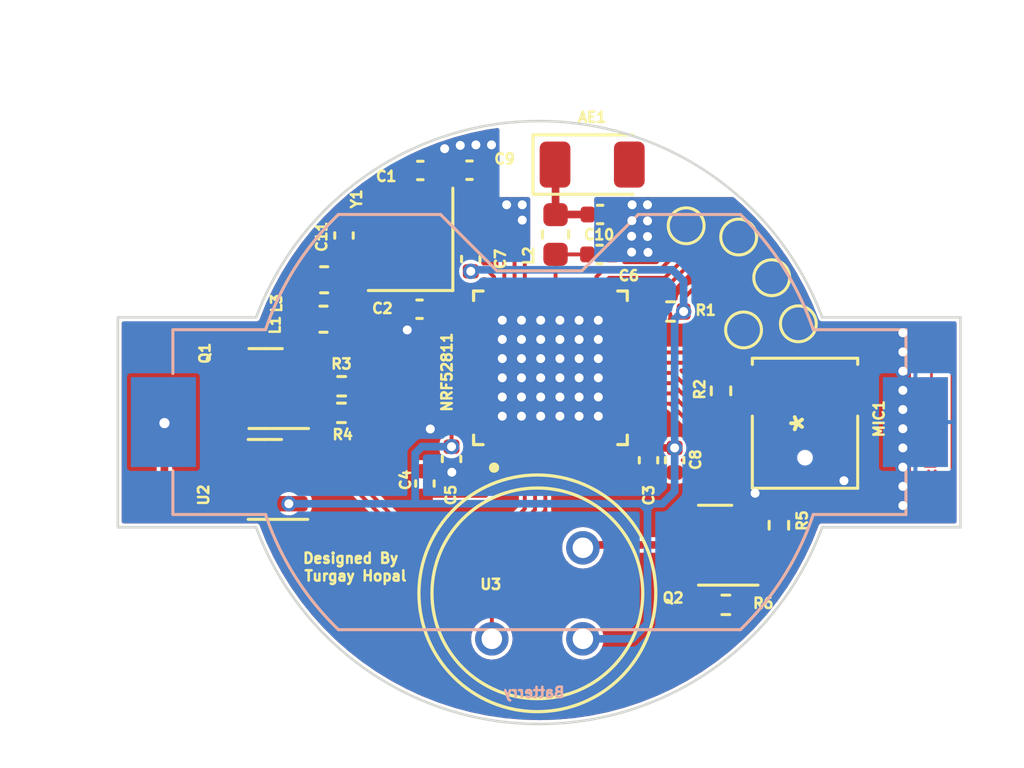
<source format=kicad_pcb>
(kicad_pcb (version 20211014) (generator pcbnew)
  (layers (0 "F.Cu" signal) (31 "B.Cu" signal) (34 "B.Paste" user) (35 "F.Paste" user) (36 "B.SilkS" user "B.Silkscreen") (37 "F.SilkS" user "F.Silkscreen") (38 "B.Mask" user) (39 "F.Mask" user) (44 "Edge.Cuts" user))
  (net 0 "")
  (net 1 "/NRF52811/XC1")
  (net 2 "GND")
  (net 3 "/NRF52811/XC2")
  (net 4 "VCC")
  (net 5 "Net-(C4-Pad1)")
  (net 6 "Net-(C6-Pad1)")
  (net 7 "Net-(C9-Pad1)")
  (net 8 "NRF-ANT")
  (net 9 "Net-(C11-Pad1)")
  (net 10 "Net-(L1-Pad1)")
  (net 11 "Net-(L1-Pad2)")
  (net 12 "/NRF52811/SWDIO")
  (net 13 "/NRF52811/SWDCLK")
  (net 14 "/NRF52811/NRST")
  (net 15 "Net-(Q1-Pad1)")
  (net 16 "Net-(Q1-Pad3)")
  (net 17 "Net-(Q2-Pad1)")
  (net 18 "Net-(Q2-Pad3)")
  (net 19 "P0.10")
  (net 20 "P0.11")
  (net 21 "P0.12")
  (net 22 "P0.02{slash}AIN0")
  (net 23 "P0.03{slash}AIN1")
  (net 24 "P0.07")
  (net 25 "P0.09")
  (net 26 "P0.08")
  (net 27 "P0.06")
  (net 28 "P0.00{slash}XL1")
  (net 29 "P0.01{slash}XL2")
  (net 30 "P0.04{slash}AIN2")
  (net 31 "P0.05{slash}AIN3")
  (net 32 "P0.13")
  (net 33 "P0.14")
  (net 34 "P0.15")
  (net 35 "P0.16")
  (net 36 "P0.17")
  (net 37 "P0.18")
  (net 38 "P0.19")
  (net 39 "P0.20")
  (net 40 "P0.22")
  (net 41 "P0.23")
  (net 42 "P0.24")
  (net 44 "P0.25")
  (net 45 "P0.26")
  (net 46 "P0.27")
  (net 47 "P0.28{slash}AIN4")
  (net 48 "P0.29{slash}AIN5")
  (net 49 "P0.30{slash}AIN6")
  (net 50 "P0.31{slash}AIN7")
  (footprint "Footprints:INMP441ACEZ" (layer "F.Cu") (at 160.43 114.535 90)
    (fp_text reference "MIC1" (at 0.175 2.89 90) (layer "F.SilkS") (effects (font (size 0.4 0.4) (thickness 0.1))))
    (fp_text value "INMP441ACEZ" hide)
    (fp_text user "*" (at 0 0 90) (layer "F.SilkS"))
    (fp_poly (pts (xy -0.574448 0.06752) (xy -0.5715 0) (xy -0.609417 -0.239395) (xy -0.719455 -0.455357) (xy -0.890843 -0.626745) (xy -1.106805 -0.736783) (xy -1.3462 -0.7747) (xy -1.585595 -0.736783) (xy -1.801557 -0.626745) (xy -1.972945 -0.455357) (xy -2.082984 -0.239395) (xy -2.1209 0) (xy -2.117952 0.06752) (xy -1.826963 0.042061) (xy -1.8288 0) (xy -1.80518 -0.149132) (xy -1.736632 -0.283665) (xy -1.629865 -0.390432) (xy -1.495332 -0.45898) (xy -1.3462 -0.4826) (xy -1.197068 -0.45898) (xy -1.062535 -0.390432) (xy -0.955768 -0.283665) (xy -0.88722 -0.149132) (xy -0.8636 0) (xy -0.865436 0.042061)) (layer "F.Cu") (width 0.1) (fill solid))
    (fp_poly (pts (xy -0.574448 -0.06752) (xy -0.5715 0) (xy -0.609417 0.239395) (xy -0.719455 0.455357) (xy -0.890843 0.626745) (xy -1.106805 0.736783) (xy -1.3462 0.7747) (xy -1.585595 0.736783) (xy -1.801557 0.626745) (xy -1.972945 0.455357) (xy -2.082984 0.239395) (xy -2.1209 0) (xy -2.117952 -0.06752) (xy -1.826963 -0.042061) (xy -1.8288 0) (xy -1.80518 0.149132) (xy -1.736632 0.283665) (xy -1.629865 0.390432) (xy -1.495332 0.45898) (xy -1.3462 0.4826) (xy -1.197068 0.45898) (xy -1.062535 0.390432) (xy -0.955768 0.283665) (xy -0.88722 0.149132) (xy -0.8636 0) (xy -0.865436 -0.042061)) (layer "F.Cu") (width 0.1) (fill solid))
    (pad "" np_thru_hole circle locked (at -1.3462 0 90) (size 0.3 0.3) (drill 0.762) (layers F&B.Cu *.Mask))
    (pad "1" smd rect locked (at 1.813799 -1.33 90) (size 0.4064 0.6096) (layers "F.Cu" "F.Paste" "F.Mask") (net 35 "P0.16"))
    (pad "2" smd rect locked (at 0.763799 -1.33 90) (size 0.4064 0.6096) (layers "F.Cu" "F.Paste" "F.Mask") (net 34 "P0.15"))
    (pad "3" smd rect locked (at -0.286201 -1.33 90) (size 0.4064 0.6096) (layers "F.Cu" "F.Paste" "F.Mask") (net 33 "P0.14"))
    (pad "4" smd rect locked (at -1.336201 -1.33 90) (size 0.4064 0.6096) (layers "F.Cu" "F.Paste" "F.Mask") (net 32 "P0.13"))
    (pad "5" smd rect locked (at -1.97485 0 90) (size 0.0508 0.0508) (layers "F.Cu" "F.Paste" "F.Mask") (net 2 "GND"))
    (pad "6" smd rect locked (at -1.336201 1.33 90) (size 0.4064 0.6096) (layers "F.Cu" "F.Paste" "F.Mask") (net 2 "GND"))
    (pad "7" smd rect locked (at -0.286201 1.33 90) (size 0.4064 0.6096) (layers "F.Cu" "F.Paste" "F.Mask") (net 4 "VCC"))
    (pad "8" smd rect locked (at 0.763799 1.33 90) (size 0.4064 0.6096) (layers "F.Cu" "F.Paste" "F.Mask") (net 36 "P0.17"))
    (pad "9" smd rect locked (at 1.813799 1.33 90) (size 0.4064 0.6096) (layers "F.Cu" "F.Paste" "F.Mask") (net 2 "GND"))
  )
  (footprint "Capacitor_SMD:C_0402_1005Metric" (layer "F.Cu") (at 152.41 107.94)
    (fp_text reference "C6" (at 1.14 0.83) (layer "F.SilkS") (effects (font (size 0.4 0.4) (thickness 0.1))))
    (fp_text value "0.8pF" hide)
    (pad "1" smd roundrect (at -0.48 0) (size 0.56 0.62) (layers "F.Cu" "F.Paste" "F.Mask") (net 6 "Net-(C6-Pad1)"))
    (pad "2" smd roundrect (at 0.48 0) (size 0.56 0.62) (layers "F.Cu" "F.Paste" "F.Mask") (net 2 "GND"))
  )
  (footprint "Capacitor_SMD:C_0402_1005Metric" (layer "F.Cu") (at 152.43 106.38)
    (fp_text reference "C10" (at -0.04 0.79) (layer "F.SilkS") (effects (font (size 0.4 0.4) (thickness 0.1))))
    (fp_text value "N.C" hide)
    (pad "1" smd roundrect (at -0.48 0) (size 0.56 0.62) (layers "F.Cu" "F.Paste" "F.Mask") (net 8 "NRF-ANT"))
    (pad "2" smd roundrect (at 0.48 0) (size 0.56 0.62) (layers "F.Cu" "F.Paste" "F.Mask") (net 2 "GND"))
  )
  (footprint "TestPoint:TestPoint_Pad_D1.0mm" (layer "F.Cu") (at 159.13 108.85)
    (fp_text reference "P3" hide)
    (fp_text value "Conn_01x01_Male" hide)
    (pad "1" smd circle (at 0 0) (size 1 1) (layers "F.Cu" "F.Mask") (net 14 "/NRF52811/NRST"))
  )
  (footprint "Capacitor_SMD:C_0402_1005Metric" (layer "F.Cu") (at 147.38 108.12 -90)
    (fp_text reference "C7" (at 0 -1.16 90) (layer "F.SilkS") (effects (font (size 0.4 0.4) (thickness 0.1))))
    (fp_text value "100nF" hide)
    (pad "1" smd roundrect (at -0.48 0 270) (size 0.56 0.62) (layers "F.Cu" "F.Paste" "F.Mask") (net 2 "GND"))
    (pad "2" smd roundrect (at 0.48 0 270) (size 0.56 0.62) (layers "F.Cu" "F.Paste" "F.Mask") (net 4 "VCC"))
  )
  (footprint "RF_Antenna:Johanson_2450AT18x100" (layer "F.Cu") (at 152.12 104.43)
    (fp_text reference "AE1" (at 0 -1.85) (layer "F.SilkS") (effects (font (size 0.4 0.4) (thickness 0.1))))
    (fp_text value "Antenna_Chip" hide)
    (pad "1" smd roundrect (at -1.45 0) (size 1.2 1.8) (layers "F.Cu" "F.Paste" "F.Mask") (roundrect_rratio 0.208333) (net 8 "NRF-ANT"))
    (pad "2" smd roundrect (at 1.45 0) (size 1.2 1.8) (layers "F.Cu" "F.Paste" "F.Mask") (roundrect_rratio 0.208333))
  )
  (footprint "Crystal:Crystal_SMD_3225-4Pin_3.2x2.5mm" (layer "F.Cu") (at 145.03 107.35 90)
    (fp_text reference "Y1" (at 1.58 -2.11 90) (layer "F.SilkS") (effects (font (size 0.4 0.4) (thickness 0.1))))
    (fp_text value "Crystal_GND24" hide)
    (pad "1" smd rect (at -1.1 0.85 90) (size 1.4 1.2) (layers "F.Cu" "F.Paste" "F.Mask") (net 3 "/NRF52811/XC2"))
    (pad "2" smd rect (at 1.1 0.85 90) (size 1.4 1.2) (layers "F.Cu" "F.Paste" "F.Mask") (net 2 "GND"))
    (pad "3" smd rect (at 1.1 -0.85 90) (size 1.4 1.2) (layers "F.Cu" "F.Paste" "F.Mask") (net 1 "/NRF52811/XC1"))
    (pad "4" smd rect (at -1.1 -0.85 90) (size 1.4 1.2) (layers "F.Cu" "F.Paste" "F.Mask") (net 2 "GND"))
  )
  (footprint "Package_TO_SOT_SMD:SOT-23" (layer "F.Cu") (at 139.34 116.73 180)
    (fp_text reference "U2" (at 2.39 -0.61 90) (layer "F.SilkS") (effects (font (size 0.4 0.4) (thickness 0.1))))
    (fp_text value "MCP9700AT-ETT" hide)
    (pad "1" smd roundrect (at -0.9375 -0.95 180) (size 1.475 0.6) (layers "F.Cu" "F.Paste" "F.Mask") (net 4 "VCC"))
    (pad "2" smd roundrect (at -0.9375 0.95 180) (size 1.475 0.6) (layers "F.Cu" "F.Paste" "F.Mask") (net 23 "P0.03{slash}AIN1"))
    (pad "3" smd roundrect (at 0.9375 0 180) (size 1.475 0.6) (layers "F.Cu" "F.Paste" "F.Mask") (net 16 "Net-(Q1-Pad3)"))
  )
  (footprint "Resistor_SMD:R_0402_1005Metric" (layer "F.Cu") (at 157.15 113.27 90)
    (fp_text reference "R2" (at 0.06 -0.83 90) (layer "F.SilkS") (effects (font (size 0.4 0.4) (thickness 0.1))))
    (fp_text value "100K" hide)
    (pad "1" smd roundrect (at -0.51 0 90) (size 0.54 0.64) (layers "F.Cu" "F.Paste" "F.Mask") (net 34 "P0.15"))
    (pad "2" smd roundrect (at 0.51 0 90) (size 0.54 0.64) (layers "F.Cu" "F.Paste" "F.Mask") (net 2 "GND"))
  )
  (footprint "Capacitor_SMD:C_0402_1005Metric" (layer "F.Cu") (at 155.34 115.98 90)
    (fp_text reference "C8" (at 0.02 0.82 90) (layer "F.SilkS") (effects (font (size 0.4 0.4) (thickness 0.1))))
    (fp_text value "100nF" hide)
    (pad "1" smd roundrect (at -0.48 0 90) (size 0.56 0.62) (layers "F.Cu" "F.Paste" "F.Mask") (net 2 "GND"))
    (pad "2" smd roundrect (at 0.48 0 90) (size 0.56 0.62) (layers "F.Cu" "F.Paste" "F.Mask") (net 4 "VCC"))
  )
  (footprint "TestPoint:TestPoint_Pad_D1.0mm" (layer "F.Cu") (at 155.79 106.82)
    (fp_text reference "P1" hide)
    (fp_text value "Conn_01x01_Male" hide)
    (pad "1" smd circle (at 0 0) (size 1 1) (layers "F.Cu" "F.Mask") (net 12 "/NRF52811/SWDIO"))
  )
  (footprint "Resistor_SMD:R_0402_1005Metric" (layer "F.Cu") (at 142.34 113.09 180)
    (fp_text reference "R4" (at -0.04 -1.89) (layer "F.SilkS") (effects (font (size 0.4 0.4) (thickness 0.1))))
    (fp_text value "10K" hide)
    (pad "1" smd roundrect (at -0.51 0 180) (size 0.54 0.64) (layers "F.Cu" "F.Paste" "F.Mask") (net 2 "GND"))
    (pad "2" smd roundrect (at 0.51 0 180) (size 0.54 0.64) (layers "F.Cu" "F.Paste" "F.Mask") (net 15 "Net-(Q1-Pad1)"))
  )
  (footprint "Resistor_SMD:R_0402_1005Metric" (layer "F.Cu") (at 157.34 121.63)
    (fp_text reference "R6" (at 1.46 -0.06) (layer "F.SilkS") (effects (font (size 0.4 0.4) (thickness 0.1))))
    (fp_text value "10K" hide)
    (pad "1" smd roundrect (at -0.51 0) (size 0.54 0.64) (layers "F.Cu" "F.Paste" "F.Mask") (net 2 "GND"))
    (pad "2" smd roundrect (at 0.51 0) (size 0.54 0.64) (layers "F.Cu" "F.Paste" "F.Mask") (net 17 "Net-(Q2-Pad1)"))
  )
  (footprint "Footprints:QFN40P600X600X90-49N" (layer "F.Cu") (at 150.49 112.37 90)
    (fp_text reference "NRF52811" (at -0.17 -4.04 90) (layer "F.SilkS") (effects (font (size 0.4 0.4) (thickness 0.1))))
    (fp_text value "NRF52811-QFAA-R" hide)
    (pad "1" smd rect locked (at -2.95 -2.2 90) (size 0.81 0.22) (layers "F.Cu" "F.Paste" "F.Mask") (net 5 "Net-(C4-Pad1)"))
    (pad "2" smd rect locked (at -2.95 -1.8 90) (size 0.81 0.22) (layers "F.Cu" "F.Paste" "F.Mask") (net 28 "P0.00{slash}XL1"))
    (pad "3" smd rect locked (at -2.95 -1.4 90) (size 0.81 0.22) (layers "F.Cu" "F.Paste" "F.Mask") (net 29 "P0.01{slash}XL2"))
    (pad "4" smd rect locked (at -2.95 -1 90) (size 0.81 0.22) (layers "F.Cu" "F.Paste" "F.Mask") (net 22 "P0.02{slash}AIN0"))
    (pad "5" smd rect locked (at -2.95 -0.6 90) (size 0.81 0.22) (layers "F.Cu" "F.Paste" "F.Mask") (net 23 "P0.03{slash}AIN1"))
    (pad "6" smd rect locked (at -2.95 -0.2 90) (size 0.81 0.22) (layers "F.Cu" "F.Paste" "F.Mask") (net 30 "P0.04{slash}AIN2"))
    (pad "7" smd rect locked (at -2.95 0.2 90) (size 0.81 0.22) (layers "F.Cu" "F.Paste" "F.Mask") (net 31 "P0.05{slash}AIN3"))
    (pad "8" smd rect locked (at -2.95 0.6 90) (size 0.81 0.22) (layers "F.Cu" "F.Paste" "F.Mask") (net 27 "P0.06"))
    (pad "9" smd rect locked (at -2.95 1 90) (size 0.81 0.22) (layers "F.Cu" "F.Paste" "F.Mask") (net 24 "P0.07"))
    (pad "10" smd rect locked (at -2.95 1.4 90) (size 0.81 0.22) (layers "F.Cu" "F.Paste" "F.Mask") (net 26 "P0.08"))
    (pad "11" smd rect locked (at -2.95 1.8 90) (size 0.81 0.22) (layers "F.Cu" "F.Paste" "F.Mask") (net 25 "P0.09"))
    (pad "12" smd rect locked (at -2.95 2.2 90) (size 0.81 0.22) (layers "F.Cu" "F.Paste" "F.Mask") (net 19 "P0.10"))
    (pad "13" smd rect locked (at -2.2 2.95 90) (size 0.22 0.81) (layers "F.Cu" "F.Paste" "F.Mask") (net 4 "VCC"))
    (pad "14" smd rect locked (at -1.8 2.95 90) (size 0.22 0.81) (layers "F.Cu" "F.Paste" "F.Mask") (net 20 "P0.11"))
    (pad "15" smd rect locked (at -1.4 2.95 90) (size 0.22 0.81) (layers "F.Cu" "F.Paste" "F.Mask") (net 21 "P0.12"))
    (pad "16" smd rect locked (at -1 2.95 90) (size 0.22 0.81) (layers "F.Cu" "F.Paste" "F.Mask") (net 32 "P0.13"))
    (pad "17" smd rect locked (at -0.6 2.95 90) (size 0.22 0.81) (layers "F.Cu" "F.Paste" "F.Mask") (net 33 "P0.14"))
    (pad "18" smd rect locked (at -0.2 2.95 90) (size 0.22 0.81) (layers "F.Cu" "F.Paste" "F.Mask") (net 34 "P0.15"))
    (pad "19" smd rect locked (at 0.2 2.95 90) (size 0.22 0.81) (layers "F.Cu" "F.Paste" "F.Mask") (net 35 "P0.16"))
    (pad "20" smd rect locked (at 0.6 2.95 90) (size 0.22 0.81) (layers "F.Cu" "F.Paste" "F.Mask") (net 36 "P0.17"))
    (pad "21" smd rect locked (at 1 2.95 90) (size 0.22 0.81) (layers "F.Cu" "F.Paste" "F.Mask") (net 37 "P0.18"))
    (pad "22" smd rect locked (at 1.4 2.95 90) (size 0.22 0.81) (layers "F.Cu" "F.Paste" "F.Mask") (net 38 "P0.19"))
    (pad "23" smd rect locked (at 1.8 2.95 90) (size 0.22 0.81) (layers "F.Cu" "F.Paste" "F.Mask") (net 39 "P0.20"))
    (pad "24" smd rect locked (at 2.2 2.95 90) (size 0.22 0.81) (layers "F.Cu" "F.Paste" "F.Mask") (net 14 "/NRF52811/NRST"))
    (pad "25" smd rect locked (at 2.95 2.2 90) (size 0.81 0.22) (layers "F.Cu" "F.Paste" "F.Mask") (net 13 "/NRF52811/SWDCLK"))
    (pad "26" smd rect locked (at 2.95 1.8 90) (size 0.81 0.22) (layers "F.Cu" "F.Paste" "F.Mask") (net 12 "/NRF52811/SWDIO"))
    (pad "27" smd rect locked (at 2.95 1.4 90) (size 0.81 0.22) (layers "F.Cu" "F.Paste" "F.Mask") (net 40 "P0.22"))
    (pad "28" smd rect locked (at 2.95 1 90) (size 0.81 0.22) (layers "F.Cu" "F.Paste" "F.Mask") (net 41 "P0.23"))
    (pad "29" smd rect locked (at 2.95 0.6 90) (size 0.81 0.22) (layers "F.Cu" "F.Paste" "F.Mask") (net 42 "P0.24"))
    (pad "30" smd rect locked (at 2.95 0.2 90) (size 0.81 0.22) (layers "F.Cu" "F.Paste" "F.Mask") (net 6 "Net-(C6-Pad1)"))
    (pad "31" smd rect locked (at 2.95 -0.2 90) (size 0.81 0.22) (layers "F.Cu" "F.Paste" "F.Mask") (net 2 "GND"))
    (pad "32" smd rect locked (at 2.95 -0.6 90) (size 0.81 0.22) (layers "F.Cu" "F.Paste" "F.Mask"))
    (pad "33" smd rect locked (at 2.95 -1 90) (size 0.81 0.22) (layers "F.Cu" "F.Paste" "F.Mask") (net 7 "Net-(C9-Pad1)"))
    (pad "34" smd rect locked (at 2.95 -1.4 90) (size 0.81 0.22) (layers "F.Cu" "F.Paste" "F.Mask") (net 1 "/NRF52811/XC1"))
    (pad "35" smd rect locked (at 2.95 -1.8 90) (size 0.81 0.22) (layers "F.Cu" "F.Paste" "F.Mask") (net 3 "/NRF52811/XC2"))
    (pad "36" smd rect locked (at 2.95 -2.2 90) (size 0.81 0.22) (layers "F.Cu" "F.Paste" "F.Mask") (net 4 "VCC"))
    (pad "37" smd rect locked (at 2.2 -2.95 90) (size 0.22 0.81) (layers "F.Cu" "F.Paste" "F.Mask") (net 44 "P0.25"))
    (pad "38" smd rect locked (at 1.8 -2.95 90) (size 0.22 0.81) (layers "F.Cu" "F.Paste" "F.Mask") (net 45 "P0.26"))
    (pad "39" smd rect locked (at 1.4 -2.95 90) (size 0.22 0.81) (layers "F.Cu" "F.Paste" "F.Mask") (net 46 "P0.27"))
    (pad "40" smd rect locked (at 1 -2.95 90) (size 0.22 0.81) (layers "F.Cu" "F.Paste" "F.Mask") (net 47 "P0.28{slash}AIN4"))
    (pad "41" smd rect locked (at 0.6 -2.95 90) (size 0.22 0.81) (layers "F.Cu" "F.Paste" "F.Mask") (net 48 "P0.29{slash}AIN5"))
    (pad "42" smd rect locked (at 0.2 -2.95 90) (size 0.22 0.81) (layers "F.Cu" "F.Paste" "F.Mask") (net 49 "P0.30{slash}AIN6"))
    (pad "43" smd rect locked (at -0.2 -2.95 90) (size 0.22 0.81) (layers "F.Cu" "F.Paste" "F.Mask") (net 50 "P0.31{slash}AIN7"))
    (pad "44" smd rect locked (at -0.6 -2.95 90) (size 0.22 0.81) (layers "F.Cu" "F.Paste" "F.Mask"))
    (pad "45" smd rect locked (at -1 -2.95 90) (size 0.22 0.81) (layers "F.Cu" "F.Paste" "F.Mask") (net 2 "GND"))
    (pad "46" smd rect locked (at -1.4 -2.95 90) (size 0.22 0.81) (layers "F.Cu" "F.Paste" "F.Mask") (net 9 "Net-(C11-Pad1)"))
    (pad "47" smd rect locked (at -1.8 -2.95 90) (size 0.22 0.81) (layers "F.Cu" "F.Paste" "F.Mask") (net 10 "Net-(L1-Pad1)"))
    (pad "48" smd rect locked (at -2.2 -2.95 90) (size 0.22 0.81) (layers "F.Cu" "F.Paste" "F.Mask") (net 4 "VCC"))
    (pad "49" smd rect locked (at 0 0 90) (size 4.6 4.6) (layers "F.Cu" "F.Mask") (net 2 "GND"))
  )
  (footprint "Package_TO_SOT_SMD:SOT-23" (layer "F.Cu") (at 139.37 113.18 180)
    (fp_text reference "Q1" (at 2.37 1.38 90) (layer "F.SilkS") (effects (font (size 0.4 0.4) (thickness 0.1))))
    (fp_text value "MMBT3904" hide)
    (pad "1" smd roundrect (at -0.9375 -0.95 180) (size 1.475 0.6) (layers "F.Cu" "F.Paste" "F.Mask") (net 15 "Net-(Q1-Pad1)"))
    (pad "2" smd roundrect (at -0.9375 0.95 180) (size 1.475 0.6) (layers "F.Cu" "F.Paste" "F.Mask") (net 2 "GND"))
    (pad "3" smd roundrect (at 0.9375 0 180) (size 1.475 0.6) (layers "F.Cu" "F.Paste" "F.Mask") (net 16 "Net-(Q1-Pad3)"))
  )
  (footprint "Footprints:SNR3-D8.1XH4.2MM" (layer "F.Cu") (at 149.98 121.18 180)
    (fp_text reference "U3" (at 1.82 0.35) (layer "F.SilkS") (effects (font (size 0.4 0.4) (thickness 0.1))))
    (fp_text value "DIP-MOTION/POSITION-LHI778(3P-D8.1MM)" hide)
    (pad "1" thru_hole circle locked (at 1.778 -1.778 180) (size 1.308 1.308) (drill 0.8) (layers *.Cu *.Mask) (net 30 "P0.04{slash}AIN2"))
    (pad "2" thru_hole circle locked (at -1.778 -1.778 180) (size 1.308 1.308) (drill 0.8) (layers *.Cu *.Mask) (net 4 "VCC"))
    (pad "3" thru_hole circle locked (at -1.778 1.778 180) (size 1.308 1.308) (drill 0.8) (layers *.Cu *.Mask) (net 18 "Net-(Q2-Pad3)"))
  )
  (footprint "Capacitor_SMD:C_0603_1608Metric" (layer "F.Cu") (at 150.69 107.16 90)
    (fp_text reference "L2" (at -0.83 -1.05 90) (layer "F.SilkS") (effects (font (size 0.4 0.4) (thickness 0.1))))
    (fp_text value "3.9nH" hide)
    (pad "1" smd roundrect (at -0.775 0 90) (size 0.9 0.95) (layers "F.Cu" "F.Paste" "F.Mask") (net 6 "Net-(C6-Pad1)"))
    (pad "2" smd roundrect (at 0.775 0 90) (size 0.9 0.95) (layers "F.Cu" "F.Paste" "F.Mask") (net 8 "NRF-ANT"))
  )
  (footprint "Resistor_SMD:R_0402_1005Metric" (layer "F.Cu") (at 159.41 118.52 -90)
    (fp_text reference "R5" (at -0.18 -0.91 90) (layer "F.SilkS") (effects (font (size 0.4 0.4) (thickness 0.1))))
    (fp_text value "1K" hide)
    (pad "1" smd roundrect (at -0.51 0 270) (size 0.54 0.64) (layers "F.Cu" "F.Paste" "F.Mask") (net 21 "P0.12"))
    (pad "2" smd roundrect (at 0.51 0 270) (size 0.54 0.64) (layers "F.Cu" "F.Paste" "F.Mask") (net 17 "Net-(Q2-Pad1)"))
  )
  (footprint "Capacitor_SMD:C_0402_1005Metric" (layer "F.Cu") (at 145.38 110.08)
    (fp_text reference "C2" (at -1.45 -0.03) (layer "F.SilkS") (effects (font (size 0.4 0.4) (thickness 0.1))))
    (fp_text value "18pF" hide)
    (pad "1" smd roundrect (at -0.48 0) (size 0.56 0.62) (layers "F.Cu" "F.Paste" "F.Mask") (net 2 "GND"))
    (pad "2" smd roundrect (at 0.48 0) (size 0.56 0.62) (layers "F.Cu" "F.Paste" "F.Mask") (net 3 "/NRF52811/XC2"))
  )
  (footprint "Capacitor_SMD:C_0402_1005Metric" (layer "F.Cu") (at 147.33 104.65 180)
    (fp_text reference "C9" (at -1.37 0.44) (layer "F.SilkS") (effects (font (size 0.4 0.4) (thickness 0.1))))
    (fp_text value "100pF" hide)
    (pad "1" smd roundrect (at -0.48 0 180) (size 0.56 0.62) (layers "F.Cu" "F.Paste" "F.Mask") (net 7 "Net-(C9-Pad1)"))
    (pad "2" smd roundrect (at 0.48 0 180) (size 0.56 0.62) (layers "F.Cu" "F.Paste" "F.Mask") (net 2 "GND"))
  )
  (footprint "Package_TO_SOT_SMD:SOT-23" (layer "F.Cu") (at 156.92 119.3 180)
    (fp_text reference "Q2" (at 1.64 -2.06) (layer "F.SilkS") (effects (font (size 0.4 0.4) (thickness 0.1))))
    (fp_text value "MMBT3904" hide)
    (pad "1" smd roundrect (at -0.9375 -0.95 180) (size 1.475 0.6) (layers "F.Cu" "F.Paste" "F.Mask") (net 17 "Net-(Q2-Pad1)"))
    (pad "2" smd roundrect (at -0.9375 0.95 180) (size 1.475 0.6) (layers "F.Cu" "F.Paste" "F.Mask") (net 2 "GND"))
    (pad "3" smd roundrect (at 0.9375 0 180) (size 1.475 0.6) (layers "F.Cu" "F.Paste" "F.Mask") (net 18 "Net-(Q2-Pad3)"))
  )
  (footprint "Capacitor_SMD:C_0603_1608Metric" (layer "F.Cu") (at 141.655 108.93)
    (fp_text reference "L3" (at -1.855 0.92 90) (layer "F.SilkS") (effects (font (size 0.4 0.4) (thickness 0.1))))
    (fp_text value "15nH" hide)
    (pad "1" smd roundrect (at -0.775 0) (size 0.9 0.95) (layers "F.Cu" "F.Paste" "F.Mask") (net 11 "Net-(L1-Pad2)"))
    (pad "2" smd roundrect (at 0.775 0) (size 0.9 0.95) (layers "F.Cu" "F.Paste" "F.Mask") (net 9 "Net-(C11-Pad1)"))
  )
  (footprint "Capacitor_SMD:C_0402_1005Metric" (layer "F.Cu") (at 146.63 115.93 90)
    (fp_text reference "C5" (at -1.41 -0.03 90) (layer "F.SilkS") (effects (font (size 0.4 0.4) (thickness 0.1))))
    (fp_text value "100nF" hide)
    (pad "1" smd roundrect (at -0.48 0 90) (size 0.56 0.62) (layers "F.Cu" "F.Paste" "F.Mask") (net 2 "GND"))
    (pad "2" smd roundrect (at 0.48 0 90) (size 0.56 0.62) (layers "F.Cu" "F.Paste" "F.Mask") (net 4 "VCC"))
  )
  (footprint "Capacitor_SMD:C_0402_1005Metric" (layer "F.Cu") (at 145.59 116.89 90)
    (fp_text reference "C4" (at 0.14 -0.76 90) (layer "F.SilkS") (effects (font (size 0.4 0.4) (thickness 0.1))))
    (fp_text value "100nF" hide)
    (pad "1" smd roundrect (at -0.48 0 90) (size 0.56 0.62) (layers "F.Cu" "F.Paste" "F.Mask") (net 5 "Net-(C4-Pad1)"))
    (pad "2" smd roundrect (at 0.48 0 90) (size 0.56 0.62) (layers "F.Cu" "F.Paste" "F.Mask") (net 2 "GND"))
  )
  (footprint "Capacitor_SMD:C_0402_1005Metric" (layer "F.Cu") (at 142.43 107.2 90)
    (fp_text reference "C11" (at -0.05 -0.87 90) (layer "F.SilkS") (effects (font (size 0.4 0.4) (thickness 0.1))))
    (fp_text value "1uF" hide)
    (pad "1" smd roundrect (at -0.48 0 90) (size 0.56 0.62) (layers "F.Cu" "F.Paste" "F.Mask") (net 9 "Net-(C11-Pad1)"))
    (pad "2" smd roundrect (at 0.48 0 90) (size 0.56 0.62) (layers "F.Cu" "F.Paste" "F.Mask") (net 2 "GND"))
  )
  (footprint "Capacitor_SMD:C_0402_1005Metric" (layer "F.Cu") (at 154.32 115.98 90)
    (fp_text reference "C3" (at -1.37 0.01 90) (layer "F.SilkS") (effects (font (size 0.4 0.4) (thickness 0.1))))
    (fp_text value "4.7uF" hide)
    (pad "1" smd roundrect (at -0.48 0 90) (size 0.56 0.62) (layers "F.Cu" "F.Paste" "F.Mask") (net 2 "GND"))
    (pad "2" smd roundrect (at 0.48 0 90) (size 0.56 0.62) (layers "F.Cu" "F.Paste" "F.Mask") (net 4 "VCC"))
  )
  (footprint "TestPoint:TestPoint_Pad_D1.0mm" (layer "F.Cu") (at 160.17 110.65)
    (fp_text reference "P4" hide)
    (fp_text value "Conn_01x01_Male" hide)
    (pad "1" smd circle (at 0 0) (size 1 1) (layers "F.Cu" "F.Mask") (net 4 "VCC"))
  )
  (footprint "Resistor_SMD:R_0402_1005Metric" (layer "F.Cu") (at 142.33 114.13)
    (fp_text reference "R3" (at 0 -1.91) (layer "F.SilkS") (effects (font (size 0.4 0.4) (thickness 0.1))))
    (fp_text value "1K" hide)
    (pad "1" smd roundrect (at -0.51 0) (size 0.54 0.64) (layers "F.Cu" "F.Paste" "F.Mask") (net 15 "Net-(Q1-Pad1)"))
    (pad "2" smd roundrect (at 0.51 0) (size 0.54 0.64) (layers "F.Cu" "F.Paste" "F.Mask") (net 22 "P0.02{slash}AIN0"))
  )
  (footprint "TestPoint:TestPoint_Pad_D1.0mm" (layer "F.Cu") (at 157.84 107.26)
    (fp_text reference "P2" hide)
    (fp_text value "Conn_01x01_Male" hide)
    (pad "1" smd circle (at 0 0) (size 1 1) (layers "F.Cu" "F.Mask") (net 13 "/NRF52811/SWDCLK"))
  )
  (footprint "Capacitor_SMD:C_0603_1608Metric" (layer "F.Cu") (at 141.63 110.47 180)
    (fp_text reference "L1" (at 1.89 -0.23 90) (layer "F.SilkS") (effects (font (size 0.4 0.4) (thickness 0.1))))
    (fp_text value "10uH" hide)
    (pad "1" smd roundrect (at -0.775 0 180) (size 0.9 0.95) (layers "F.Cu" "F.Paste" "F.Mask") (net 10 "Net-(L1-Pad1)"))
    (pad "2" smd roundrect (at 0.775 0 180) (size 0.9 0.95) (layers "F.Cu" "F.Paste" "F.Mask") (net 11 "Net-(L1-Pad2)"))
  )
  (footprint "Capacitor_SMD:C_0402_1005Metric" (layer "F.Cu") (at 145.41 104.66)
    (fp_text reference "C1" (at -1.33 0.23) (layer "F.SilkS") (effects (font (size 0.4 0.4) (thickness 0.1))))
    (fp_text value "18pF" hide)
    (pad "1" smd roundrect (at -0.48 0) (size 0.56 0.62) (layers "F.Cu" "F.Paste" "F.Mask") (net 1 "/NRF52811/XC1"))
    (pad "2" smd roundrect (at 0.48 0) (size 0.56 0.62) (layers "F.Cu" "F.Paste" "F.Mask") (net 2 "GND"))
  )
  (footprint "Resistor_SMD:R_0402_1005Metric" (layer "F.Cu") (at 155.18 110.17)
    (fp_text reference "R1" (at 1.37 -0.05) (layer "F.SilkS") (effects (font (size 0.4 0.4) (thickness 0.1))))
    (fp_text value "10K" hide)
    (pad "1" smd roundrect (at -0.51 0) (size 0.54 0.64) (layers "F.Cu" "F.Paste" "F.Mask") (net 14 "/NRF52811/NRST"))
    (pad "2" smd roundrect (at 0.51 0) (size 0.54 0.64) (layers "F.Cu" "F.Paste" "F.Mask") (net 4 "VCC"))
  )
  (footprint "TestPoint:TestPoint_Pad_D1.0mm" (layer "F.Cu") (at 158.03 110.89)
    (fp_text reference "P5" hide)
    (fp_text value "Conn_01x01_Male" hide)
    (pad "1" smd circle (at 0 0) (size 1 1) (layers "F.Cu" "F.Mask") (net 2 "GND"))
  )
  (footprint "Battery:BatteryHolder_Keystone_1058_1x2032" (layer "B.Cu") (at 150.06 114.49)
    (fp_text reference "Batterry" (at -0.21 10.56 180) (layer "B.SilkS") (effects (font (size 0.4 0.4) (thickness 0.1)) (justify mirror)))
    (fp_text value "Battery_Cell" hide)
    (pad "1" smd rect (at -14.68 0) (size 2.54 3.51) (layers "B.Cu" "B.Paste" "B.Mask") (net 4 "VCC"))
    (pad "2" smd rect (at 14.68 0) (size 2.54 3.51) (layers "B.Cu" "B.Paste" "B.Mask") (net 2 "GND"))
  )
  (gr_line (start 166.5 118.6) (end 166.5 110.4) (layer "Edge.Cuts") (width 0.1))
  (gr_line (start 133.6 110.4) (end 133.6 118.6) (layer "Edge.Cuts") (width 0.1))
  (gr_line (start 166.5 110.4) (end 161.1 110.4) (layer "Edge.Cuts") (width 0.1))
  (gr_line (start 161.1 118.6) (end 166.5 118.6) (layer "Edge.Cuts") (width 0.1))
  (gr_arc (start 161.1 118.6) (mid 150.05 126.285622) (end 139 118.6) (layer "Edge.Cuts") (width 0.1))
  (gr_arc (start 139 110.4) (mid 150.05 102.730668) (end 161.1 110.4) (layer "Edge.Cuts") (width 0.1))
  (gr_line (start 133.6 118.6) (end 139 118.6) (layer "Edge.Cuts") (width 0.1))
  (gr_line (start 139 110.4) (end 133.6 110.4) (layer "Edge.Cuts") (width 0.1))
  (gr_text "DeskMotionSens-v2.0" (at 165.34 114.45 90) (layer "F.Cu") (effects (font (size 0.4 0.4) (thickness 0.1))))
  (gr_text "Turgay Hopal" (at 142.88 120.5) (layer "F.SilkS") (effects (font (size 0.4 0.4) (thickness 0.1))))
  (gr_text "Designed By" (at 142.69 119.81) (layer "F.SilkS") (effects (font (size 0.4 0.4) (thickness 0.1))))
  (segment (start 144.18 106.25) (end 144.18 104.87) (width 0.1524) (layer "F.Cu") (net 1))
  (segment (start 145.11 105.21) (end 144.93 105.03) (width 0.1524) (layer "F.Cu") (net 1))
  (segment (start 147.50568 105.52) (end 147.19568 105.21) (width 0.1524) (layer "F.Cu") (net 1))
  (segment (start 147.50568 106.396054) (end 147.50568 105.52) (width 0.1524) (layer "F.Cu") (net 1))
  (segment (start 147.19568 105.21) (end 145.11 105.21) (width 0.1524) (layer "F.Cu") (net 1))
  (segment (start 149.09 109.42) (end 149.09 107.980374) (width 0.1524) (layer "F.Cu") (net 1))
  (segment (start 144.18 104.87) (end 144.39 104.66) (width 0.1524) (layer "F.Cu") (net 1))
  (segment (start 144.39 104.66) (end 144.93 104.66) (width 0.1524) (layer "F.Cu") (net 1))
  (segment (start 149.09 107.980374) (end 147.50568 106.396054) (width 0.1524) (layer "F.Cu") (net 1))
  (segment (start 144.93 105.03) (end 144.93 104.66) (width 0.1524) (layer "F.Cu") (net 1))
  (segment (start 160.52 116.96) (end 161.77 116.96) (width 0.1524) (layer "F.Cu") (net 2))
  (segment (start 160.43 116.50985) (end 160.43 116.87) (width 0.1524) (layer "F.Cu") (net 2))
  (segment (start 160.43 116.87) (end 160.52 116.96) (width 0.1524) (layer "F.Cu") (net 2))
  (segment (start 150.29 109.42) (end 150.29 110.33) (width 0.1524) (layer "F.Cu") (net 2))
  (segment (start 161.77 116.96) (end 161.95 116.78) (width 0.1524) (layer "F.Cu") (net 2))
  (segment (start 150.29 110.33) (end 150.11 110.51) (width 0.1524) (layer "F.Cu") (net 2))
  (via (at 164.25 114.75) (size 0.6) (drill 0.35) (layers "F.Cu" "B.Cu") (net 2))
  (via (at 150.11 112.76) (size 0.6) (drill 0.35) (layers "F.Cu" "B.Cu") (net 2))
  (via (at 148.61 112.01) (size 0.6) (drill 0.35) (layers "F.Cu" "B.Cu") (net 2))
  (via (at 154.28 107.24) (size 0.6) (drill 0.35) (layers "F.Cu" "B.Cu") (net 2))
  (via (at 151.61 112.76) (size 0.6) (drill 0.35) (layers "F.Cu" "B.Cu") (net 2))
  (via (at 149.39 106) (size 0.6) (drill 0.35) (layers "F.Cu" "B.Cu") (net 2))
  (via (at 150.86 110.51) (size 0.6) (drill 0.35) (layers "F.Cu" "B.Cu") (net 2))
  (via (at 152.36 110.51) (size 0.6) (drill 0.35) (layers "F.Cu" "B.Cu") (net 2))
  (via (at 148.61 112.76) (size 0.6) (drill 0.35) (layers "F.Cu" "B.Cu") (net 2))
  (via (at 148.61 110.51) (size 0.6) (drill 0.35) (layers "F.Cu" "B.Cu") (net 2))
  (via (at 152.36 111.26) (size 0.6) (drill 0.35) (layers "F.Cu" "B.Cu") (net 2))
  (via (at 153.66 107.85) (size 0.6) (drill 0.35) (layers "F.Cu" "B.Cu") (net 2))
  (via (at 151.61 111.26) (size 0.6) (drill 0.35) (layers "F.Cu" "B.Cu") (net 2))
  (via (at 152.36 114.26) (size 0.6) (drill 0.35) (layers "F.Cu" "B.Cu") (net 2))
  (via (at 144.9 110.89) (size 0.6) (drill 0.35) (layers "F.Cu" "B.Cu") (net 2))
  (via (at 150.86 114.26) (size 0.6) (drill 0.35) (layers "F.Cu" "B.Cu") (net 2))
  (via (at 150.86 111.26) (size 0.6) (drill 0.35) (layers "F.Cu" "B.Cu") (net 2))
  (via (at 164.25 111.75) (size 0.6) (drill 0.35) (layers "F.Cu" "B.Cu") (net 2))
  (via (at 161.95 116.78) (size 0.6) (drill 0.35) (layers "F.Cu" "B.Cu") (net 2))
  (via (at 151.61 112.01) (size 0.6) (drill 0.35) (layers "F.Cu" "B.Cu") (net 2))
  (via (at 149.36 112.01) (size 0.6) (drill 0.35) (layers "F.Cu" "B.Cu") (net 2))
  (via (at 151.61 114.26) (size 0.6) (drill 0.35) (layers "F.Cu" "B.Cu") (net 2))
  (via (at 153.68 106) (size 0.6) (drill 0.35) (layers "F.Cu" "B.Cu") (net 2))
  (via (at 145.8 114.76) (size 0.6) (drill 0.35) (layers "F.Cu" "B.Cu") (net 2))
  (via (at 150.86 112.76) (size 0.6) (drill 0.35) (layers "F.Cu" "B.Cu") (net 2))
  (via (at 149.36 114.26) (size 0.6) (drill 0.35) (layers "F.Cu" "B.Cu") (net 2))
  (via (at 149.39 106.6) (size 0.6) (drill 0.35) (layers "F.Cu" "B.Cu") (net 2))
  (via (at 164.25 115.5) (size 0.6) (drill 0.35) (layers "F.Cu" "B.Cu") (net 2))
  (via (at 149.36 113.51) (size 0.6) (drill 0.35) (layers "F.Cu" "B.Cu") (net 2))
  (via (at 151.61 110.51) (size 0.6) (drill 0.35) (layers "F.Cu" "B.Cu") (net 2))
  (via (at 164.25 117) (size 0.6) (drill 0.35) (layers "F.Cu" "B.Cu") (net 2))
  (via (at 154.28 106.63) (size 0.6) (drill 0.35) (layers "F.Cu" "B.Cu") (net 2))
  (via (at 164.25 113.25) (size 0.6) (drill 0.35) (layers "F.Cu" "B.Cu") (net 2))
  (via (at 148.78 106) (size 0.6) (drill 0.35) (layers "F.Cu" "B.Cu") (net 2))
  (via (at 150.11 114.26) (size 0.6) (drill 0.35) (layers "F.Cu" "B.Cu") (net 2))
  (via (at 148.19 103.66) (size 0.6) (drill 0.35) (layers "F.Cu" "B.Cu") (net 2))
  (via (at 150.11 113.51) (size 0.6) (drill 0.35) (layers "F.Cu" "B.Cu") (net 2))
  (via (at 149.36 110.51) (size 0.6) (drill 0.35) (layers "F.Cu" "B.Cu") (net 2))
  (via (at 146.64 116.45) (size 0.6) (drill 0.35) (layers "F.Cu" "B.Cu") (net 2))
  (via (at 152.36 113.51) (size 0.6) (drill 0.35) (layers "F.Cu" "B.Cu") (net 2))
  (via (at 164.25 112.5) (size 0.6) (drill 0.35) (layers "F.Cu" "B.Cu") (net 2))
  (via (at 150.11 110.51) (size 0.6) (drill 0.35) (layers "F.Cu" "B.Cu") (net 2))
  (via (at 153.67 106.62) (size 0.6) (drill 0.35) (layers "F.Cu" "B.Cu") (net 2))
  (via (at 158.48 117.27) (size 0.6) (drill 0.35) (layers "F.Cu" "B.Cu") (net 2))
  (via (at 146.97 103.68) (size 0.6) (drill 0.35) (layers "F.Cu" "B.Cu") (net 2))
  (via (at 146.36 103.81) (size 0.6) (drill 0.35) (layers "F.Cu" "B.Cu") (net 2))
  (via (at 149.36 111.26) (size 0.6) (drill 0.35) (layers "F.Cu" "B.Cu") (net 2))
  (via (at 164.25 116.25) (size 0.6) (drill 0.35) (layers "F.Cu" "B.Cu") (net 2))
  (via (at 152.36 112.01) (size 0.6) (drill 0.35) (layers "F.Cu" "B.Cu") (net 2))
  (via (at 164.25 117.75) (size 0.6) (drill 0.35) (layers "F.Cu" "B.Cu") (net 2))
  (via (at 150.86 113.51) (size 0.6) (drill 0.35) (layers "F.Cu" "B.Cu") (net 2))
  (via (at 148.61 111.26) (size 0.6) (drill 0.35) (layers "F.Cu" "B.Cu") (net 2))
  (via (at 150.86 112.01) (size 0.6) (drill 0.35) (layers "F.Cu" "B.Cu") (net 2))
  (via (at 152.36 112.76) (size 0.6) (drill 0.35) (layers "F.Cu" "B.Cu") (net 2))
  (via (at 148.61 113.51) (size 0.6) (drill 0.35) (layers "F.Cu" "B.Cu") (net 2))
  (via (at 164.25 114) (size 0.6) (drill 0.35) (layers "F.Cu" "B.Cu") (net 2))
  (via (at 153.66 107.23) (size 0.6) (drill 0.35) (layers "F.Cu" "B.Cu") (net 2))
  (via (at 164.25 111) (size 0.6) (drill 0.35) (layers "F.Cu" "B.Cu") (net 2))
  (via (at 148.61 114.26) (size 0.6) (drill 0.35) (layers "F.Cu" "B.Cu") (net 2))
  (via (at 149.36 112.76) (size 0.6) (drill 0.35) (layers "F.Cu" "B.Cu") (net 2))
  (via (at 154.28 106) (size 0.6) (drill 0.35) (layers "F.Cu" "B.Cu") (net 2))
  (via (at 151.61 113.51) (size 0.6) (drill 0.35) (layers "F.Cu" "B.Cu") (net 2))
  (via (at 150.11 111.26) (size 0.6) (drill 0.35) (layers "F.Cu" "B.Cu") (net 2))
  (via (at 150.11 112.01) (size 0.6) (drill 0.35) (layers "F.Cu" "B.Cu") (net 2))
  (via (at 147.58 103.66) (size 0.6) (drill 0.35) (layers "F.Cu" "B.Cu") (net 2))
  (via (at 154.3 107.86) (size 0.6) (drill 0.35) (layers "F.Cu" "B.Cu") (net 2))
  (segment (start 145.86 110.08) (end 145.88 110.06) (width 0.1524) (layer "F.Cu") (net 3))
  (segment (start 148.69 109.42) (end 148.69 108.010748) (width 0.1524) (layer "F.Cu") (net 3))
  (segment (start 147.689252 107.01) (end 147.06 107.01) (width 0.1524) (layer "F.Cu") (net 3))
  (segment (start 147.06 107.01) (end 146.74 107.33) (width 0.1524) (layer "F.Cu") (net 3))
  (segment (start 146.11 107.33) (end 145.88 107.56) (width 0.1524) (layer "F.Cu") (net 3))
  (segment (start 145.88 110.06) (end 145.88 108.45) (width 0.1524) (layer "F.Cu") (net 3))
  (segment (start 148.69 108.010748) (end 147.689252 107.01) (width 0.1524) (layer "F.Cu") (net 3))
  (segment (start 145.88 107.56) (end 145.88 108.45) (width 0.1524) (layer "F.Cu") (net 3))
  (segment (start 146.74 107.33) (end 146.11 107.33) (width 0.1524) (layer "F.Cu") (net 3))
  (segment (start 162.01 111.37) (end 160.89 111.37) (width 0.1524) (layer "F.Cu") (net 4))
  (segment (start 155.69 110.17) (end 155.69 110.12) (width 0.3) (layer "F.Cu") (net 4))
  (segment (start 153.44 114.57) (end 154.1 114.57) (width 0.1524) (layer "F.Cu") (net 4))
  (segment (start 148.29 108.82) (end 148.07 108.6) (width 0.1524) (layer "F.Cu") (net 4))
  (segment (start 162.448799 114.821201) (end 162.82 114.45) (width 0.1524) (layer "F.Cu") (net 4))
  (segment (start 160.89 111.37) (end 160.17 110.65) (width 0.1524) (layer "F.Cu") (net 4))
  (segment (start 158.01 109.34) (end 156.01 109.34) (width 0.1524) (layer "F.Cu") (net 4))
  (segment (start 154.1 114.57) (end 154.32 114.79) (width 0.1524) (layer "F.Cu") (net 4))
  (segment (start 155.34 115.5) (end 154.32 115.5) (width 0.3) (layer "F.Cu") (net 4))
  (segment (start 159.32 110.65) (end 158.01 109.34) (width 0.1524) (layer "F.Cu") (net 4))
  (segment (start 148.29 109.42) (end 148.29 108.82) (width 0.1524) (layer "F.Cu") (net 4))
  (segment (start 146.63 114.78) (end 146.63 115.45) (width 0.1524) (layer "F.Cu") (net 4))
  (segment (start 156.01 109.34) (end 155.69 109.66) (width 0.1524) (layer "F.Cu") (net 4))
  (segment (start 147.54 114.57) (end 146.84 114.57) (width 0.1524) (layer "F.Cu") (net 4))
  (segment (start 146.84 114.57) (end 146.63 114.78) (width 0.1524) (layer "F.Cu") (net 4))
  (segment (start 155.69 109.66) (end 155.69 110.12) (width 0.1524) (layer "F.Cu") (net 4))
  (segment (start 136.43 117.68) (end 140.2775 117.68) (width 0.3) (layer "F.Cu") (net 4))
  (segment (start 162.82 114.45) (end 162.82 112.18) (width 0.1524) (layer "F.Cu") (net 4))
  (segment (start 161.76 114.821201) (end 162.448799 114.821201) (width 0.1524) (layer "F.Cu") (net 4))
  (segment (start 162.82 112.18) (end 162.01 111.37) (width 0.1524) (layer "F.Cu") (net 4))
  (segment (start 148.07 108.6) (end 147.38 108.6) (width 0.1524) (layer "F.Cu") (net 4))
  (segment (start 135.42 116.67) (end 136.43 117.68) (width 0.3) (layer "F.Cu") (net 4))
  (segment (start 135.42 114.53) (end 135.42 116.67) (width 0.3) (layer "F.Cu") (net 4))
  (segment (start 160.17 110.65) (end 159.32 110.65) (width 0.1524) (layer "F.Cu") (net 4))
  (segment (start 154.32 114.79) (end 154.32 115.5) (width 0.1524) (layer "F.Cu") (net 4))
  (via (at 146.63 115.45) (size 0.6) (drill 0.35) (layers "F.Cu" "B.Cu") (net 4))
  (via (at 155.69 110.17) (size 0.6) (drill 0.35) (layers "F.Cu" "B.Cu") (net 4))
  (via (at 147.38 108.6) (size 0.6) (drill 0.35) (layers "F.Cu" "B.Cu") (net 4))
  (via (at 135.42 114.53) (size 0.8) (drill 0.4) (layers "F.Cu" "B.Cu") (net 4))
  (via (at 155.34 115.5) (size 0.6) (drill 0.35) (layers "F.Cu" "B.Cu") (net 4))
  (via (at 140.2775 117.68) (size 0.6) (drill 0.35) (layers "F.Cu" "B.Cu") (net 4))
  (segment (start 154.86 117.68) (end 155.34 117.2) (width 0.3) (layer "B.Cu") (net 4))
  (segment (start 155.69 108.98) (end 155.25 108.54) (width 0.3) (layer "B.Cu") (net 4))
  (segment (start 154.47 117.68) (end 154.86 117.68) (width 0.3) (layer "B.Cu") (net 4))
  (segment (start 135.38 114.49) (end 135.42 114.53) (width 0.3) (layer "B.Cu") (net 4))
  (segment (start 145.47 115.45) (end 146.63 115.45) (width 0.3) (layer "B.Cu") (net 4))
  (segment (start 155.34 117.2) (end 155.34 115.5) (width 0.3) (layer "B.Cu") (net 4))
  (segment (start 147.44 108.54) (end 147.38 108.6) (width 0.3) (layer "B.Cu") (net 4))
  (segment (start 140.2775 117.68) (end 145.21 117.68) (width 0.3) (layer "B.Cu") (net 4))
  (segment (start 154.28 117.68) (end 154.47 117.68) (width 0.3) (layer "B.Cu") (net 4))
  (segment (start 145.21 117.68) (end 154.02 117.68) (width 0.3) (layer "B.Cu") (net 4))
  (segment (start 155.34 110.47) (end 155.69 110.12) (width 0.3) (layer "B.Cu") (net 4))
  (segment (start 154.28 117.92) (end 154.04 117.68) (width 0.3) (layer "B.Cu") (net 4))
  (segment (start 155.69 110.12) (end 155.69 108.98) (width 0.3) (layer "B.Cu") (net 4))
  (segment (start 154.28 117.92) (end 154.28 117.87) (width 0.3) (layer "B.Cu") (net 4))
  (segment (start 153.682 122.958) (end 154.28 122.36) (width 0.3) (layer "B.Cu") (net 4))
  (segment (start 154.28 117.87) (end 154.47 117.68) (width 0.3) (layer "B.Cu") (net 4))
  (segment (start 154.28 117.92) (end 154.28 117.68) (width 0.3) (layer "B.Cu") (net 4))
  (segment (start 155.34 115.5) (end 155.34 110.47) (width 0.3) (layer "B.Cu") (net 4))
  (segment (start 155.25 108.54) (end 147.44 108.54) (width 0.3) (layer "B.Cu") (net 4))
  (segment (start 145.21 117.68) (end 145.21 115.71) (width 0.3) (layer "B.Cu") (net 4))
  (segment (start 151.758 122.958) (end 153.682 122.958) (width 0.3) (layer "B.Cu") (net 4))
  (segment (start 145.21 115.71) (end 145.47 115.45) (width 0.3) (layer "B.Cu") (net 4))
  (segment (start 154.04 117.68) (end 154.02 117.68) (width 0.3) (layer "B.Cu") (net 4))
  (segment (start 154.02 117.68) (end 154.28 117.68) (width 0.3) (layer "B.Cu") (net 4))
  (segment (start 154.28 122.36) (end 154.28 117.92) (width 0.3) (layer "B.Cu") (net 4))
  (segment (start 148.29 117.04) (end 147.96 117.37) (width 0.1524) (layer "F.Cu") (net 5))
  (segment (start 147.96 117.37) (end 145.59 117.37) (width 0.1524) (layer "F.Cu") (net 5))
  (segment (start 148.29 115.32) (end 148.29 117.04) (width 0.1524) (layer "F.Cu") (net 5))
  (segment (start 150.695 107.94) (end 150.69 107.935) (width 0.1524) (layer "F.Cu") (net 6))
  (segment (start 150.69 109.42) (end 150.69 107.935) (width 0.1524) (layer "F.Cu") (net 6))
  (segment (start 151.93 107.94) (end 150.695 107.94) (width 0.1524) (layer "F.Cu") (net 6))
  (segment (start 149.49 109.42) (end 149.49 107.95) (width 0.1524) (layer "F.Cu") (net 7))
  (segment (start 147.81 106.27) (end 147.81 104.65) (width 0.1524) (layer "F.Cu") (net 7))
  (segment (start 149.49 107.95) (end 147.81 106.27) (width 0.1524) (layer "F.Cu") (net 7))
  (segment (start 150.69 106.385) (end 150.69 104.45) (width 0.3) (layer "F.Cu") (net 8))
  (segment (start 151.95 106.38) (end 150.695 106.38) (width 0.3) (layer "F.Cu") (net 8))
  (segment (start 150.69 104.45) (end 150.67 104.43) (width 0.3) (layer "F.Cu") (net 8))
  (segment (start 150.695 106.38) (end 150.69 106.385) (width 0.3) (layer "F.Cu") (net 8))
  (segment (start 145.34 113.77) (end 143.92432 112.35432) (width 0.1524) (layer "F.Cu") (net 9))
  (segment (start 143.92432 110.42432) (end 142.43 108.93) (width 0.1524) (layer "F.Cu") (net 9))
  (segment (start 142.43 108.93) (end 142.43 107.68) (width 0.1524) (layer "F.Cu") (net 9))
  (segment (start 147.54 113.77) (end 145.34 113.77) (width 0.1524) (layer "F.Cu") (net 9))
  (segment (start 143.92432 112.35432) (end 143.92432 110.42432) (width 0.1524) (layer "F.Cu") (net 9))
  (segment (start 143.62 112.480374) (end 143.62 110.75) (width 0.1524) (layer "F.Cu") (net 10))
  (segment (start 147.54 114.17) (end 145.309626 114.17) (width 0.1524) (layer "F.Cu") (net 10))
  (segment (start 143.62 110.75) (end 143.34 110.47) (width 0.1524) (layer "F.Cu") (net 10))
  (segment (start 145.309626 114.17) (end 143.62 112.480374) (width 0.1524) (layer "F.Cu") (net 10))
  (segment (start 143.34 110.47) (end 142.405 110.47) (width 0.1524) (layer "F.Cu") (net 10))
  (segment (start 155.79 107.52) (end 155.79 106.82) (width 0.1524) (layer "F.Cu") (net 12))
  (segment (start 152.55 108.55) (end 154.76 108.55) (width 0.1524) (layer "F.Cu") (net 12))
  (segment (start 152.29 109.42) (end 152.29 108.81) (width 0.1524) (layer "F.Cu") (net 12))
  (segment (start 154.76 108.55) (end 155.79 107.52) (width 0.1524) (layer "F.Cu") (net 12))
  (segment (start 152.29 108.81) (end 152.55 108.55) (width 0.1524) (layer "F.Cu") (net 12))
  (segment (start 152.69 108.95) (end 152.78568 108.85432) (width 0.1524) (layer "F.Cu") (net 13))
  (segment (start 152.78568 108.85432) (end 154.95568 108.85432) (width 0.1524) (layer "F.Cu") (net 13))
  (segment (start 156.55 107.26) (end 157.84 107.26) (width 0.1524) (layer "F.Cu") (net 13))
  (segment (start 152.69 109.42) (end 152.69 108.95) (width 0.1524) (layer "F.Cu") (net 13))
  (segment (start 154.95568 108.85432) (end 156.55 107.26) (width 0.1524) (layer "F.Cu") (net 13))
  (segment (start 154.67 110.17) (end 154.67 109.570374) (width 0.1524) (layer "F.Cu") (net 14))
  (segment (start 158.57 108.85) (end 159.13 108.85) (width 0.1524) (layer "F.Cu") (net 14))
  (segment (start 154.67 109.570374) (end 156.050374 108.19) (width 0.1524) (layer "F.Cu") (net 14))
  (segment (start 156.050374 108.19) (end 157.91 108.19) (width 0.1524) (layer "F.Cu") (net 14))
  (segment (start 153.44 110.17) (end 154.67 110.17) (width 0.1524) (layer "F.Cu") (net 14))
  (segment (start 157.91 108.19) (end 158.57 108.85) (width 0.1524) (layer "F.Cu") (net 14))
  (segment (start 141.82 113.1) (end 141.83 113.09) (width 0.1524) (layer "F.Cu") (net 15))
  (segment (start 141.82 114.13) (end 141.82 113.1) (width 0.1524) (layer "F.Cu") (net 15))
  (segment (start 140.3075 114.13) (end 141.82 114.13) (width 0.1524) (layer "F.Cu") (net 15))
  (segment (start 138.4325 116.7) (end 138.4025 116.73) (width 0.3) (layer "F.Cu") (net 16))
  (segment (start 138.4325 113.18) (end 138.4325 116.7) (width 0.3) (layer "F.Cu") (net 16))
  (segment (start 157.85 121.63) (end 157.85 120.2575) (width 0.3) (layer "F.Cu") (net 17))
  (segment (start 159.07 120.25) (end 159.41 119.91) (width 0.3) (layer "F.Cu") (net 17))
  (segment (start 159.41 119.91) (end 159.41 119.03) (width 0.3) (layer "F.Cu") (net 17))
  (segment (start 157.85 120.2575) (end 157.8575 120.25) (width 0.3) (layer "F.Cu") (net 17))
  (segment (start 157.8575 120.25) (end 159.07 120.25) (width 0.3) (layer "F.Cu") (net 17))
  (segment (start 151.758 119.402) (end 151.87 119.29) (width 0.3) (layer "F.Cu") (net 18))
  (segment (start 155.9725 119.29) (end 155.9825 119.3) (width 0.3) (layer "F.Cu") (net 18))
  (segment (start 151.87 119.29) (end 155.9725 119.29) (width 0.3) (layer "F.Cu") (net 18))
  (segment (start 159.41 116.98) (end 159.41 118.01) (width 0.1524) (layer "F.Cu") (net 21))
  (segment (start 155.168878 113.77) (end 157.978878 116.58) (width 0.1524) (layer "F.Cu") (net 21))
  (segment (start 157.978878 116.58) (end 159.01 116.58) (width 0.1524) (layer "F.Cu") (net 21))
  (segment (start 159.01 116.58) (end 159.41 116.98) (width 0.1524) (layer "F.Cu") (net 21))
  (segment (start 153.44 113.77) (end 155.168878 113.77) (width 0.1524) (layer "F.Cu") (net 21))
  (segment (start 142.84 116.67) (end 144.47 118.3) (width 0.1524) (layer "F.Cu") (net 22))
  (segment (start 149.49 117.879626) (end 149.49 115.32) (width 0.1524) (layer "F.Cu") (net 22))
  (segment (start 149.069626 118.3) (end 149.49 117.879626) (width 0.1524) (layer "F.Cu") (net 22))
  (segment (start 142.84 114.13) (end 142.84 116.67) (width 0.1524) (layer "F.Cu") (net 22))
  (segment (start 144.47 118.3) (end 149.069626 118.3) (width 0.1524) (layer "F.Cu") (net 22))
  (segment (start 149.89 117.91) (end 149.89 115.32) (width 0.1524) (layer "F.Cu") (net 23))
  (segment (start 149.19568 118.60432) (end 149.89 117.91) (width 0.1524) (layer "F.Cu") (net 23))
  (segment (start 144.343947 118.60432) (end 149.19568 118.60432) (width 0.1524) (layer "F.Cu") (net 23))
  (segment (start 142.31 115.78) (end 142.53568 116.00568) (width 0.1524) (layer "F.Cu") (net 23))
  (segment (start 142.53568 116.00568) (end 142.53568 116.796054) (width 0.1524) (layer "F.Cu") (net 23))
  (segment (start 142.53568 116.796054) (end 144.343947 118.60432) (width 0.1524) (layer "F.Cu") (net 23))
  (segment (start 140.2775 115.78) (end 142.31 115.78) (width 0.1524) (layer "F.Cu") (net 23))
  (segment (start 148.202 122.958) (end 148.202 119.158) (width 0.1524) (layer "F.Cu") (net 30))
  (segment (start 148.45136 118.90864) (end 149.321733 118.90864) (width 0.1524) (layer "F.Cu") (net 30))
  (segment (start 149.321733 118.90864) (end 150.29 117.940374) (width 0.1524) (layer "F.Cu") (net 30))
  (segment (start 148.202 119.158) (end 148.45136 118.90864) (width 0.1524) (layer "F.Cu") (net 30))
  (segment (start 150.29 117.940374) (end 150.29 115.32) (width 0.1524) (layer "F.Cu") (net 30))
  (segment (start 155.199252 113.37) (end 157.700453 115.871201) (width 0.1524) (layer "F.Cu") (net 32))
  (segment (start 153.44 113.37) (end 155.199252 113.37) (width 0.1524) (layer "F.Cu") (net 32))
  (segment (start 157.700453 115.871201) (end 159.1 115.871201) (width 0.1524) (layer "F.Cu") (net 32))
  (segment (start 157.080827 114.821201) (end 159.1 114.821201) (width 0.1524) (layer "F.Cu") (net 33))
  (segment (start 153.44 112.97) (end 155.229626 112.97) (width 0.1524) (layer "F.Cu") (net 33))
  (segment (start 155.229626 112.97) (end 157.080827 114.821201) (width 0.1524) (layer "F.Cu") (net 33))
  (segment (start 153.44 112.57) (end 155.26 112.57) (width 0.1524) (layer "F.Cu") (net 34))
  (segment (start 157.15 113.78) (end 157.158799 113.771201) (width 0.1524) (layer "F.Cu") (net 34))
  (segment (start 156.41 113.72) (end 157.09 113.72) (width 0.1524) (layer "F.Cu") (net 34))
  (segment (start 157.158799 113.771201) (end 159.1 113.771201) (width 0.1524) (layer "F.Cu") (net 34))
  (segment (start 157.09 113.72) (end 157.15 113.78) (width 0.1524) (layer "F.Cu") (net 34))
  (segment (start 155.26 112.57) (end 156.41 113.72) (width 0.1524) (layer "F.Cu") (net 34))
  (segment (start 157.47 112.17) (end 158.021201 112.721201) (width 0.1524) (layer "F.Cu") (net 35))
  (segment (start 158.021201 112.721201) (end 159.1 112.721201) (width 0.1524) (layer "F.Cu") (net 35))
  (segment (start 153.44 112.17) (end 157.47 112.17) (width 0.1524) (layer "F.Cu") (net 35))
  (segment (start 160.811201 113.771201) (end 161.76 113.771201) (width 0.1524) (layer "F.Cu") (net 36))
  (segment (start 160.28 112.42) (end 160.28 113.24) (width 0.1524) (layer "F.Cu") (net 36))
  (segment (start 159.63 111.77) (end 160.28 112.42) (width 0.1524) (layer "F.Cu") (net 36))
  (segment (start 160.28 113.24) (end 160.811201 113.771201) (width 0.1524) (layer "F.Cu") (net 36))
  (segment (start 153.44 111.77) (end 159.63 111.77) (width 0.1524) (layer "F.Cu") (net 36))
  (zone (net 0) (net_name "") (layers F&B.Cu) (connect_pads (clearance 0)) (min_thickness 0.1524)
    (keepout (tracks allowed) (vias allowed) (pads allowed) (copperpour not_allowed) (footprints allowed))
    (fill (thermal_gap 0.1524) (thermal_bridge_width 0.1524))
    (polygon (pts (xy 158.3 105.7) (xy 148.5 105.7) (xy 148.5 102.5) (xy 158.3 102.5)))
  )
  (zone (net 0) (net_name "") (layers F&B.Cu) (connect_pads (clearance 0)) (min_thickness 0.1524)
    (keepout (tracks allowed) (vias allowed) (pads allowed) (copperpour not_allowed) (footprints allowed))
    (fill (thermal_gap 0.1524) (thermal_bridge_width 0.1524))
    (polygon (pts (xy 152.2 108.8) (xy 149.7 108.8) (xy 149.7 102.2) (xy 152.2 102.2)))
  )
  (zone (net 2) (net_name "GND") (layers F&B.Cu) (connect_pads (clearance 0.1524)) (min_thickness 0.1524) (fill yes (thermal_gap 0.1524) (thermal_bridge_width 0.1524))
    (polygon (pts (xy 169 128) (xy 129 128) (xy 129 98) (xy 169 98)))
  )
)
</source>
